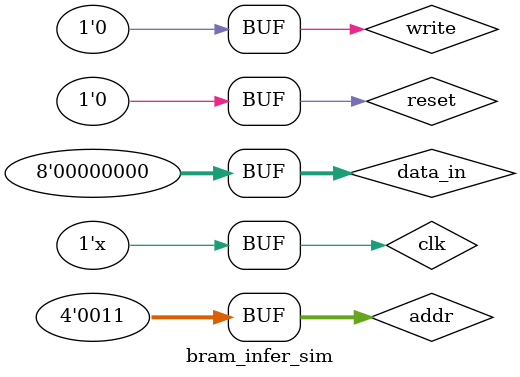
<source format=v>
`timescale 1ns / 1ps

module bram_infer_sim;

	// Inputs
	reg clk;
	reg [7:0] data_in;
	reg [3:0] addr;
	reg write;
	reg reset;

	// Outputs
	wire [7:0] data_out_1;
	wire [7:0] data_out_2;
	
	bram_infer uut (
		.clk(clk),
		.data_in(data_in),
		.data_out_1(data_out_1),
		.data_out_2(data_out_2),
		.addr(addr),
		.write(write),
		.reset(reset)
	);
	
	always begin
	#2 clk <= ~clk;
	end

	initial begin
		// Initialize Inputs
		clk = 0;
		addr = 0;
		write = 0;
		data_in = 0;
		reset = 0;

		#1
		reset = 1;
		#100
		reset = 0;
		#18
		addr = 1;
		#18
		addr = 2;
		#18
		addr = 3;

	end
      
endmodule


</source>
